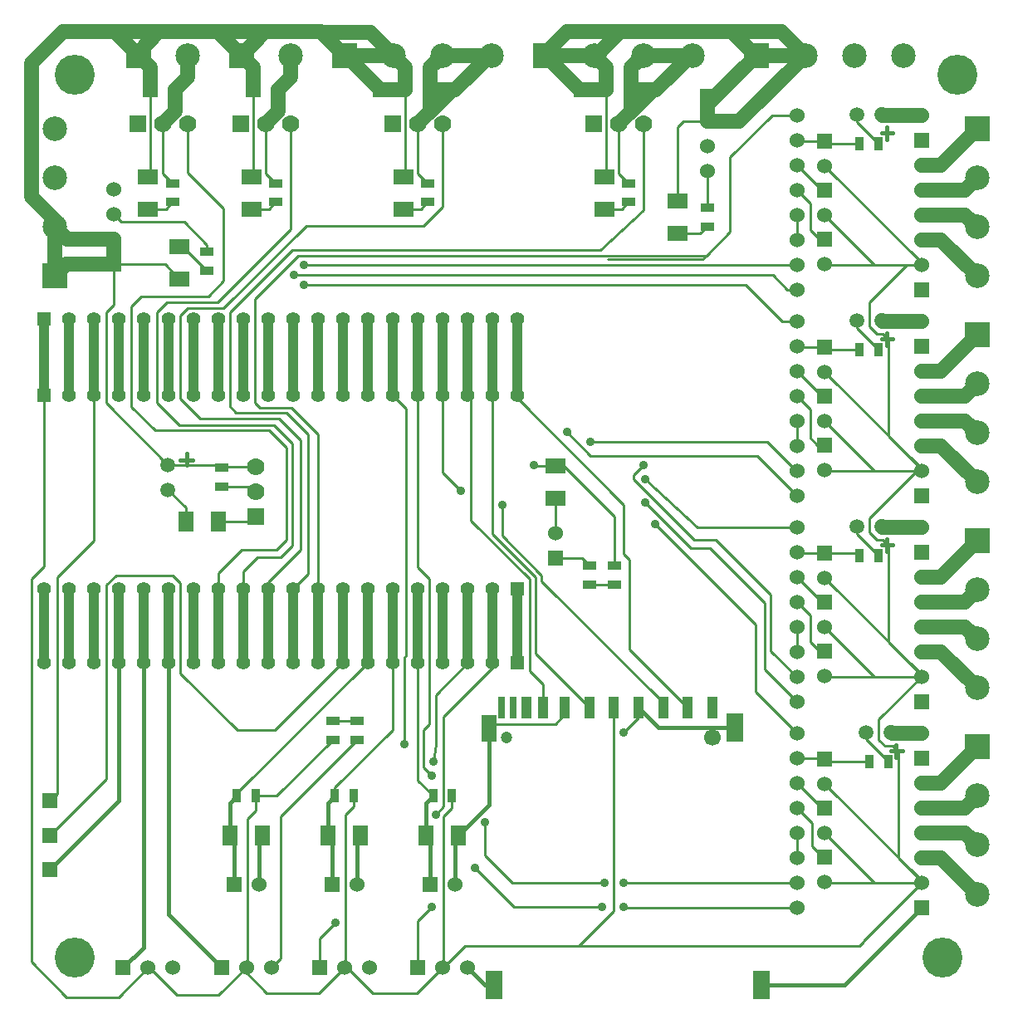
<source format=gtl>
G04 (created by PCBNEW-RS274X (2012-01-19 BZR 3256)-stable) date 27/06/2012 6:41:12 PM*
G01*
G70*
G90*
%MOIN*%
G04 Gerber Fmt 3.4, Leading zero omitted, Abs format*
%FSLAX34Y34*%
G04 APERTURE LIST*
%ADD10C,0.006000*%
%ADD11C,0.015000*%
%ADD12R,0.098400X0.098400*%
%ADD13C,0.098400*%
%ADD14R,0.055000X0.035000*%
%ADD15C,0.070000*%
%ADD16R,0.070000X0.070000*%
%ADD17R,0.055000X0.055000*%
%ADD18C,0.055000*%
%ADD19R,0.060000X0.060000*%
%ADD20C,0.060000*%
%ADD21R,0.080000X0.060000*%
%ADD22R,0.060000X0.080000*%
%ADD23R,0.035000X0.055000*%
%ADD24C,0.059100*%
%ADD25C,0.160000*%
%ADD26R,0.070900X0.118100*%
%ADD27R,0.059100X0.110200*%
%ADD28R,0.027600X0.086600*%
%ADD29R,0.043300X0.086600*%
%ADD30C,0.047200*%
%ADD31C,0.066900*%
%ADD32R,0.043300X0.087000*%
%ADD33C,0.035000*%
%ADD34C,0.039400*%
%ADD35C,0.009800*%
%ADD36C,0.059100*%
%ADD37C,0.015700*%
G04 APERTURE END LIST*
G54D10*
G54D11*
X39284Y-25803D02*
X39284Y-25303D01*
X39534Y-25553D02*
X39084Y-25553D01*
X39284Y-17535D02*
X39284Y-17035D01*
X39534Y-17285D02*
X39084Y-17285D01*
X39678Y-34070D02*
X39678Y-33570D01*
X39928Y-33820D02*
X39478Y-33820D01*
X39284Y-09267D02*
X39284Y-08767D01*
X39534Y-09017D02*
X39084Y-09017D01*
X11434Y-22134D02*
X10934Y-22134D01*
X11184Y-21884D02*
X11184Y-22334D01*
G54D12*
X42914Y-25393D03*
G54D13*
X42914Y-27362D03*
X42914Y-29330D03*
X42914Y-31299D03*
G54D12*
X42914Y-33661D03*
G54D13*
X42914Y-35630D03*
X42914Y-37598D03*
X42914Y-39567D03*
G54D12*
X42914Y-17126D03*
G54D13*
X42914Y-19095D03*
X42914Y-21063D03*
X42914Y-23032D03*
G54D12*
X42914Y-08858D03*
G54D13*
X42914Y-10827D03*
X42914Y-12795D03*
X42914Y-14764D03*
G54D12*
X05906Y-14763D03*
G54D13*
X05906Y-12794D03*
X05906Y-10826D03*
X05906Y-08857D03*
G54D12*
X34056Y-05905D03*
G54D13*
X36025Y-05905D03*
X37993Y-05905D03*
X39962Y-05905D03*
G54D12*
X25591Y-05905D03*
G54D13*
X27560Y-05905D03*
X29528Y-05905D03*
X31497Y-05905D03*
G54D12*
X17521Y-05905D03*
G54D13*
X19490Y-05905D03*
X21458Y-05905D03*
X23427Y-05905D03*
G54D12*
X13387Y-05905D03*
G54D13*
X15356Y-05905D03*
G54D12*
X09253Y-05905D03*
G54D13*
X11222Y-05905D03*
G54D14*
X32087Y-12776D03*
X32087Y-12026D03*
X12008Y-14548D03*
X12008Y-13798D03*
X17048Y-33367D03*
X17048Y-32617D03*
X18032Y-33367D03*
X18032Y-32617D03*
X27363Y-27146D03*
X27363Y-26396D03*
X28347Y-27146D03*
X28347Y-26396D03*
X28938Y-11793D03*
X28938Y-11043D03*
X20867Y-11793D03*
X20867Y-11043D03*
X14765Y-11793D03*
X14765Y-11043D03*
G54D15*
X21473Y-08662D03*
X20473Y-08662D03*
G54D16*
X19473Y-08662D03*
G54D15*
X15371Y-08662D03*
X14371Y-08662D03*
G54D16*
X13371Y-08662D03*
G54D15*
X11237Y-08662D03*
X10237Y-08662D03*
G54D16*
X09237Y-08662D03*
G54D15*
X29544Y-08662D03*
X28544Y-08662D03*
G54D16*
X27544Y-08662D03*
G54D15*
X13978Y-22425D03*
X13978Y-23425D03*
G54D16*
X13978Y-24425D03*
G54D17*
X05461Y-19535D03*
G54D18*
X06461Y-19535D03*
X07461Y-19535D03*
X08461Y-19535D03*
X09461Y-19535D03*
X10461Y-19535D03*
X11461Y-19535D03*
X12461Y-19535D03*
X13461Y-19535D03*
X14461Y-19535D03*
X15461Y-19535D03*
X16461Y-19535D03*
X17461Y-19535D03*
X18461Y-19535D03*
X19461Y-19535D03*
X20461Y-19535D03*
X21461Y-19535D03*
X22461Y-19535D03*
X23461Y-19535D03*
X24461Y-19535D03*
X24461Y-16488D03*
X23461Y-16488D03*
X22461Y-16488D03*
X21461Y-16488D03*
X20461Y-16488D03*
X19461Y-16488D03*
X18461Y-16488D03*
X17461Y-16488D03*
X16461Y-16488D03*
X15461Y-16488D03*
X14461Y-16488D03*
X13461Y-16488D03*
X12461Y-16488D03*
X11461Y-16488D03*
X10461Y-16488D03*
X09461Y-16488D03*
X08461Y-16488D03*
X07461Y-16488D03*
X06461Y-16488D03*
G54D17*
X05461Y-16488D03*
X24461Y-27315D03*
G54D18*
X23461Y-27315D03*
X22461Y-27315D03*
X21461Y-27315D03*
X20461Y-27315D03*
X19461Y-27315D03*
X18461Y-27315D03*
X17461Y-27315D03*
X16461Y-27315D03*
X15461Y-27315D03*
X14461Y-27315D03*
X13461Y-27315D03*
X12461Y-27315D03*
X11461Y-27315D03*
X10461Y-27315D03*
X09461Y-27315D03*
X08461Y-27315D03*
X07461Y-27315D03*
X06461Y-27315D03*
X05461Y-27315D03*
X05461Y-30292D03*
X06461Y-30292D03*
X07461Y-30292D03*
X08461Y-30292D03*
X09461Y-30292D03*
X10461Y-30292D03*
X11461Y-30292D03*
X12461Y-30292D03*
X13461Y-30292D03*
X14461Y-30292D03*
X15461Y-30292D03*
X16461Y-30292D03*
X17461Y-30292D03*
X18461Y-30292D03*
X19461Y-30292D03*
X20461Y-30292D03*
X21461Y-30292D03*
X22461Y-30292D03*
X23461Y-30292D03*
G54D17*
X24461Y-30292D03*
G54D19*
X40691Y-15311D03*
G54D20*
X40691Y-14311D03*
X40691Y-13311D03*
X40691Y-12311D03*
X40691Y-11311D03*
X40691Y-10311D03*
G54D19*
X40691Y-09311D03*
G54D20*
X40691Y-08311D03*
X35691Y-08311D03*
X35691Y-09311D03*
X35691Y-10311D03*
X35691Y-11311D03*
X35691Y-12311D03*
X35691Y-13311D03*
X35691Y-14311D03*
X35691Y-15311D03*
G54D19*
X40691Y-31846D03*
G54D20*
X40691Y-30846D03*
X40691Y-29846D03*
X40691Y-28846D03*
X40691Y-27846D03*
X40691Y-26846D03*
G54D19*
X40691Y-25846D03*
G54D20*
X40691Y-24846D03*
X35691Y-24846D03*
X35691Y-25846D03*
X35691Y-26846D03*
X35691Y-27846D03*
X35691Y-28846D03*
X35691Y-29846D03*
X35691Y-30846D03*
X35691Y-31846D03*
G54D19*
X40691Y-23578D03*
G54D20*
X40691Y-22578D03*
X40691Y-21578D03*
X40691Y-20578D03*
X40691Y-19578D03*
X40691Y-18578D03*
G54D19*
X40691Y-17578D03*
G54D20*
X40691Y-16578D03*
X35691Y-16578D03*
X35691Y-17578D03*
X35691Y-18578D03*
X35691Y-19578D03*
X35691Y-20578D03*
X35691Y-21578D03*
X35691Y-22578D03*
X35691Y-23578D03*
G54D19*
X40691Y-40114D03*
G54D20*
X40691Y-39114D03*
X40691Y-38114D03*
X40691Y-37114D03*
X40691Y-36114D03*
X40691Y-35114D03*
G54D19*
X40691Y-34114D03*
G54D20*
X40691Y-33114D03*
X35691Y-33114D03*
X35691Y-34114D03*
X35691Y-35114D03*
X35691Y-36114D03*
X35691Y-37114D03*
X35691Y-38114D03*
X35691Y-39114D03*
X35691Y-40114D03*
G54D21*
X25985Y-23681D03*
X25985Y-22381D03*
G54D22*
X12933Y-37204D03*
X14233Y-37204D03*
X16870Y-37204D03*
X18170Y-37204D03*
X20808Y-37204D03*
X22108Y-37204D03*
X12462Y-24606D03*
X11162Y-24606D03*
G54D23*
X13958Y-35629D03*
X13208Y-35629D03*
G54D14*
X12600Y-22459D03*
X12600Y-23209D03*
G54D23*
X17895Y-35629D03*
X17145Y-35629D03*
X21833Y-35629D03*
X21083Y-35629D03*
X38603Y-34252D03*
X39353Y-34252D03*
X38209Y-17716D03*
X38959Y-17716D03*
X38209Y-25984D03*
X38959Y-25984D03*
X38209Y-09448D03*
X38959Y-09448D03*
G54D19*
X32087Y-07555D03*
G54D20*
X32087Y-08555D03*
X32087Y-09555D03*
X32087Y-10555D03*
G54D19*
X08268Y-14295D03*
G54D20*
X08268Y-13295D03*
X08268Y-12295D03*
X08268Y-11295D03*
G54D19*
X18973Y-07283D03*
G54D20*
X19973Y-07283D03*
X20973Y-07283D03*
X21973Y-07283D03*
G54D19*
X27044Y-07283D03*
G54D20*
X28044Y-07283D03*
X29044Y-07283D03*
X30044Y-07283D03*
G54D19*
X12583Y-42519D03*
G54D20*
X13583Y-42519D03*
X14583Y-42519D03*
G54D19*
X16520Y-42519D03*
G54D20*
X17520Y-42519D03*
X18520Y-42519D03*
G54D19*
X08646Y-42519D03*
G54D20*
X09646Y-42519D03*
X10646Y-42519D03*
G54D19*
X20457Y-42519D03*
G54D20*
X21457Y-42519D03*
X22457Y-42519D03*
G54D19*
X25985Y-26090D03*
G54D20*
X25985Y-25090D03*
G54D19*
X36813Y-27846D03*
G54D20*
X36813Y-28846D03*
G54D19*
X20958Y-39172D03*
G54D20*
X21958Y-39172D03*
G54D19*
X17020Y-39172D03*
G54D20*
X18020Y-39172D03*
G54D19*
X13083Y-39172D03*
G54D20*
X14083Y-39172D03*
G54D19*
X36813Y-13279D03*
G54D20*
X36813Y-14279D03*
G54D19*
X36813Y-29815D03*
G54D20*
X36813Y-30815D03*
G54D19*
X36813Y-11311D03*
G54D20*
X36813Y-12311D03*
G54D19*
X36813Y-09342D03*
G54D20*
X36813Y-10342D03*
G54D19*
X13871Y-07283D03*
G54D20*
X14871Y-07283D03*
G54D19*
X09737Y-07283D03*
G54D20*
X10737Y-07283D03*
G54D19*
X36813Y-34145D03*
G54D20*
X36813Y-35145D03*
G54D19*
X36813Y-17610D03*
G54D20*
X36813Y-18610D03*
G54D19*
X36813Y-36114D03*
G54D20*
X36813Y-37114D03*
G54D19*
X36813Y-19578D03*
G54D20*
X36813Y-20578D03*
G54D19*
X36813Y-38082D03*
G54D20*
X36813Y-39082D03*
G54D19*
X36813Y-21547D03*
G54D20*
X36813Y-22547D03*
G54D19*
X36813Y-25878D03*
G54D20*
X36813Y-26878D03*
G54D19*
X05709Y-37204D03*
X05709Y-38582D03*
X05709Y-35826D03*
G54D24*
X38084Y-24803D03*
X39084Y-24803D03*
X38084Y-16535D03*
X39084Y-16535D03*
X38478Y-33070D03*
X39478Y-33070D03*
X38084Y-08267D03*
X39084Y-08267D03*
X10434Y-23334D03*
X10434Y-22334D03*
G54D25*
X06694Y-06693D03*
X42127Y-06693D03*
X06694Y-42126D03*
X41537Y-42126D03*
G54D14*
X10631Y-11793D03*
X10631Y-11043D03*
G54D21*
X09646Y-12068D03*
X09646Y-10768D03*
X13781Y-12067D03*
X13781Y-10767D03*
X19883Y-12068D03*
X19883Y-10768D03*
X27954Y-12068D03*
X27954Y-10768D03*
X30906Y-13051D03*
X30906Y-11751D03*
X10906Y-14874D03*
X10906Y-13574D03*
G54D26*
X34262Y-43204D03*
X23514Y-43214D03*
G54D27*
X23318Y-32903D03*
G54D28*
X23840Y-32086D03*
X24312Y-32086D03*
G54D29*
X24824Y-32086D03*
X25493Y-32086D03*
X28346Y-32086D03*
X27362Y-32086D03*
X26378Y-32086D03*
X29331Y-32086D03*
X30315Y-32086D03*
X31299Y-32086D03*
G54D30*
X24016Y-33287D03*
G54D31*
X32284Y-33287D03*
G54D32*
X32284Y-32086D03*
G54D26*
X33200Y-32893D03*
G54D33*
X15512Y-14724D03*
X15906Y-14330D03*
X25119Y-22362D03*
X28741Y-33070D03*
X22205Y-23385D03*
X23859Y-23937D03*
X22756Y-38504D03*
X28741Y-40078D03*
X27875Y-40078D03*
X21024Y-34803D03*
X30001Y-24724D03*
X23150Y-36693D03*
X19922Y-33543D03*
X27953Y-39133D03*
X28741Y-39133D03*
X21024Y-40078D03*
X21182Y-36378D03*
X29607Y-23858D03*
X29607Y-22913D03*
X29528Y-22362D03*
X21103Y-34252D03*
X17166Y-40708D03*
X26457Y-21023D03*
X15906Y-15118D03*
X27402Y-21417D03*
G54D34*
X17461Y-16488D02*
X17461Y-19535D01*
X16461Y-19535D02*
X16461Y-16488D01*
G54D35*
X28663Y-12068D02*
X28938Y-11793D01*
X11034Y-13574D02*
X12008Y-14548D01*
X27954Y-12068D02*
X28663Y-12068D01*
X10906Y-13574D02*
X11034Y-13574D01*
G54D34*
X11461Y-27315D02*
X11461Y-30292D01*
G54D35*
X31812Y-13051D02*
X32087Y-12776D01*
G54D34*
X06461Y-30292D02*
X06461Y-27315D01*
G54D35*
X14491Y-12067D02*
X14765Y-11793D01*
X10356Y-12068D02*
X10631Y-11793D01*
G54D34*
X05461Y-27315D02*
X05461Y-30292D01*
G54D35*
X20592Y-12068D02*
X20867Y-11793D01*
X27363Y-27146D02*
X28347Y-27146D01*
X19883Y-12068D02*
X20592Y-12068D01*
X17048Y-32617D02*
X18032Y-32617D01*
X13781Y-12067D02*
X14491Y-12067D01*
G54D34*
X07461Y-27315D02*
X07461Y-30292D01*
G54D35*
X30906Y-13051D02*
X31812Y-13051D01*
X09646Y-12068D02*
X10356Y-12068D01*
G54D36*
X28044Y-06389D02*
X27560Y-05905D01*
X34056Y-05905D02*
X32406Y-07555D01*
X26457Y-04960D02*
X28584Y-04960D01*
X36025Y-05905D02*
X34056Y-05905D01*
X34016Y-05905D02*
X33071Y-04960D01*
X33071Y-04960D02*
X35080Y-04960D01*
G54D35*
X32087Y-08555D02*
X31130Y-08555D01*
X30906Y-08779D02*
X30906Y-11751D01*
G54D36*
X32087Y-08555D02*
X32087Y-07874D01*
X27639Y-05905D02*
X28584Y-04960D01*
X28044Y-07283D02*
X27044Y-07283D01*
X32087Y-08555D02*
X33375Y-08555D01*
X27044Y-07283D02*
X26969Y-07283D01*
G54D35*
X28044Y-07283D02*
X28044Y-10678D01*
G54D36*
X34056Y-05905D02*
X34016Y-05905D01*
X35080Y-04960D02*
X36025Y-05905D01*
X28044Y-07283D02*
X28044Y-06389D01*
X25591Y-05905D02*
X25591Y-05826D01*
X25591Y-05826D02*
X26457Y-04960D01*
X27560Y-05905D02*
X25591Y-05905D01*
X26969Y-07283D02*
X25591Y-05905D01*
G54D35*
X31130Y-08555D02*
X30906Y-08779D01*
X28044Y-10678D02*
X27954Y-10768D01*
G54D36*
X33375Y-08555D02*
X36025Y-05905D01*
X27560Y-05905D02*
X27639Y-05905D01*
X32406Y-07555D02*
X32087Y-07555D01*
X32087Y-07874D02*
X34056Y-05905D01*
X28584Y-04960D02*
X33071Y-04960D01*
X19490Y-05905D02*
X17521Y-05905D01*
X05906Y-12519D02*
X04961Y-11574D01*
X09737Y-06389D02*
X09253Y-05905D01*
X40691Y-08311D02*
X39128Y-08311D01*
X06407Y-13295D02*
X05906Y-12794D01*
X14331Y-04960D02*
X16576Y-04960D01*
X06374Y-14295D02*
X05906Y-14763D01*
X13871Y-06389D02*
X13387Y-05905D01*
X08308Y-04960D02*
X09253Y-05905D01*
X04961Y-06220D02*
X06221Y-04960D01*
X05906Y-12794D02*
X05906Y-12519D01*
X08308Y-04960D02*
X10080Y-04960D01*
X08268Y-13295D02*
X06407Y-13295D01*
X05906Y-14763D02*
X05906Y-12794D01*
X06221Y-04960D02*
X08308Y-04960D01*
G54D35*
X08268Y-14295D02*
X08268Y-15905D01*
X13978Y-22425D02*
X12634Y-22425D01*
G54D36*
X17595Y-05905D02*
X18973Y-07283D01*
G54D35*
X10327Y-14295D02*
X10906Y-14874D01*
G54D36*
X13387Y-05905D02*
X13387Y-05904D01*
X17521Y-05905D02*
X17595Y-05905D01*
X16576Y-04960D02*
X16596Y-04980D01*
G54D35*
X19973Y-10678D02*
X19883Y-10768D01*
G54D36*
X09253Y-05905D02*
X09253Y-05787D01*
X19973Y-07283D02*
X19973Y-06388D01*
X39128Y-08311D02*
X39084Y-08267D01*
X13387Y-05904D02*
X14331Y-04960D01*
G54D35*
X19973Y-07283D02*
X19973Y-10678D01*
G54D36*
X16596Y-04980D02*
X17521Y-05905D01*
X04961Y-11574D02*
X04961Y-06220D01*
X08268Y-14295D02*
X06374Y-14295D01*
X13871Y-07283D02*
X13871Y-06389D01*
X09253Y-05787D02*
X10080Y-04960D01*
X19973Y-07283D02*
X18973Y-07283D01*
X09737Y-07283D02*
X09737Y-06389D01*
X40691Y-24846D02*
X39127Y-24846D01*
G54D35*
X09737Y-07283D02*
X09737Y-10677D01*
G54D36*
X10080Y-04960D02*
X12442Y-04960D01*
X40691Y-16578D02*
X39127Y-16578D01*
G54D35*
X13871Y-07283D02*
X13871Y-10677D01*
G54D36*
X12442Y-04960D02*
X13387Y-05905D01*
X08268Y-14295D02*
X08268Y-13295D01*
X40691Y-33114D02*
X39522Y-33114D01*
X39522Y-33114D02*
X39478Y-33070D01*
X12442Y-04960D02*
X14331Y-04960D01*
X39127Y-16578D02*
X39084Y-16535D01*
G54D35*
X13871Y-10677D02*
X13781Y-10767D01*
X10434Y-22334D02*
X12475Y-22334D01*
X08268Y-14295D02*
X10327Y-14295D01*
X12634Y-22425D02*
X12600Y-22459D01*
X12475Y-22334D02*
X12600Y-22459D01*
X09737Y-10677D02*
X09646Y-10768D01*
X07953Y-19853D02*
X10434Y-22334D01*
X07953Y-16220D02*
X07953Y-19853D01*
X08268Y-15905D02*
X07953Y-16220D01*
G54D36*
X39127Y-24846D02*
X39084Y-24803D01*
X19973Y-06388D02*
X19490Y-05905D01*
X16596Y-04980D02*
X18565Y-04980D01*
X18565Y-04980D02*
X19490Y-05905D01*
G54D35*
X40691Y-14220D02*
X36813Y-10342D01*
X26930Y-41653D02*
X38190Y-41653D01*
X38583Y-15827D02*
X40099Y-14311D01*
X38583Y-16771D02*
X38583Y-15827D01*
X39134Y-17086D02*
X38898Y-17086D01*
X40691Y-22578D02*
X40691Y-22501D01*
X40099Y-14311D02*
X40691Y-14311D01*
X38813Y-14311D02*
X36813Y-12311D01*
X40691Y-14311D02*
X36845Y-14311D01*
X40691Y-14311D02*
X38813Y-14311D01*
X36845Y-14311D02*
X36813Y-14279D01*
X40691Y-22501D02*
X39371Y-21181D01*
X28346Y-32086D02*
X28346Y-40236D01*
X40493Y-22578D02*
X40691Y-22578D01*
X39371Y-17323D02*
X39134Y-17086D01*
X40691Y-22578D02*
X40691Y-22488D01*
X40691Y-22488D02*
X36813Y-18610D01*
X40691Y-22578D02*
X38813Y-22578D01*
X38813Y-22578D02*
X36813Y-20578D01*
X40691Y-22578D02*
X36844Y-22578D01*
X36844Y-22578D02*
X36813Y-22547D01*
X40691Y-30846D02*
X40691Y-30769D01*
X39371Y-21181D02*
X39371Y-17323D01*
X17560Y-36377D02*
X17560Y-42479D01*
X38898Y-25354D02*
X38583Y-25039D01*
X38583Y-25039D02*
X38583Y-24488D01*
X38583Y-24488D02*
X40493Y-22578D01*
X40691Y-30846D02*
X36844Y-30846D01*
X39134Y-25354D02*
X38898Y-25354D01*
X39371Y-25591D02*
X39134Y-25354D01*
X40691Y-30756D02*
X36813Y-26878D01*
X40691Y-30846D02*
X40691Y-30756D01*
X40691Y-30769D02*
X39371Y-29449D01*
X39371Y-29449D02*
X39371Y-25591D01*
X40691Y-30846D02*
X38813Y-30846D01*
X38813Y-30846D02*
X36813Y-28846D01*
X40691Y-14311D02*
X40691Y-14220D01*
X36844Y-30846D02*
X36813Y-30815D01*
X40691Y-39114D02*
X40691Y-39037D01*
X38977Y-32560D02*
X40691Y-30846D01*
X38977Y-33385D02*
X38977Y-32560D01*
X39214Y-33622D02*
X38977Y-33385D01*
X39528Y-33622D02*
X39214Y-33622D01*
X39764Y-33858D02*
X39528Y-33622D01*
X39764Y-38110D02*
X39764Y-33858D01*
X40691Y-39037D02*
X39764Y-38110D01*
X38813Y-39114D02*
X36813Y-37114D01*
X40691Y-39114D02*
X36845Y-39114D01*
X38190Y-41653D02*
X38347Y-41496D01*
X21457Y-42519D02*
X21497Y-42519D01*
X22363Y-41653D02*
X26930Y-41653D01*
X21497Y-42519D02*
X22363Y-41653D01*
X40691Y-39114D02*
X40691Y-39023D01*
X40691Y-39023D02*
X36813Y-35145D01*
X40691Y-39114D02*
X38813Y-39114D01*
X36845Y-39114D02*
X36813Y-39082D01*
X38347Y-41458D02*
X40691Y-39114D01*
X17895Y-36042D02*
X17560Y-36377D01*
X38898Y-17086D02*
X38583Y-16771D01*
X13958Y-35629D02*
X14786Y-35629D01*
X13958Y-35629D02*
X13958Y-36200D01*
X28346Y-40237D02*
X26930Y-41653D01*
X28346Y-40236D02*
X28346Y-40237D01*
X21833Y-36120D02*
X21497Y-36456D01*
X17895Y-35629D02*
X17895Y-36042D01*
X21497Y-42479D02*
X21457Y-42519D01*
X21833Y-35629D02*
X21833Y-36120D01*
X21497Y-36456D02*
X21497Y-42479D01*
X14786Y-35629D02*
X17048Y-33367D01*
X17560Y-42479D02*
X17520Y-42519D01*
X38347Y-41496D02*
X38347Y-41458D01*
G54D34*
X05461Y-19535D02*
X05461Y-16488D01*
G54D35*
X13623Y-42479D02*
X13583Y-42519D01*
X13623Y-36535D02*
X13623Y-42479D01*
X13958Y-36200D02*
X13623Y-36535D01*
X17520Y-42519D02*
X17638Y-42519D01*
X20433Y-43543D02*
X21457Y-42519D01*
X18662Y-43543D02*
X20433Y-43543D01*
X17638Y-42519D02*
X18662Y-43543D01*
X13583Y-42519D02*
X13583Y-42716D01*
X16496Y-43543D02*
X17520Y-42519D01*
X13583Y-42716D02*
X14410Y-43543D01*
X09646Y-42519D02*
X09685Y-42519D01*
X04961Y-42283D02*
X06378Y-43700D01*
X04961Y-26929D02*
X04961Y-42283D01*
X05461Y-26429D02*
X04961Y-26929D01*
X14410Y-43543D02*
X16496Y-43543D01*
X06378Y-43700D02*
X08465Y-43700D01*
X08465Y-43700D02*
X09646Y-42519D01*
X05461Y-19535D02*
X05461Y-26429D01*
X09685Y-42519D02*
X10788Y-43622D01*
X10788Y-43622D02*
X12480Y-43622D01*
X12480Y-43622D02*
X13583Y-42519D01*
X25985Y-26090D02*
X27057Y-26090D01*
X27057Y-26090D02*
X27363Y-26396D01*
G54D34*
X24461Y-27315D02*
X24461Y-30292D01*
G54D35*
X20461Y-30292D02*
X20461Y-35007D01*
X20461Y-35007D02*
X21083Y-35629D01*
G54D34*
X20461Y-30292D02*
X20461Y-27315D01*
G54D37*
X20808Y-37204D02*
X20808Y-35904D01*
X20808Y-35904D02*
X21083Y-35629D01*
X20958Y-39172D02*
X20958Y-37354D01*
X20958Y-37354D02*
X20808Y-37204D01*
G54D35*
X15512Y-14724D02*
X24253Y-14724D01*
G54D34*
X09461Y-19535D02*
X09461Y-16488D01*
G54D35*
X24253Y-14724D02*
X34253Y-14724D01*
X35312Y-15311D02*
X35691Y-15311D01*
X34253Y-14724D02*
X34725Y-14724D01*
X34725Y-14724D02*
X35312Y-15311D01*
X32048Y-13936D02*
X31890Y-14094D01*
G54D34*
X16461Y-30292D02*
X16461Y-27315D01*
G54D35*
X31890Y-14094D02*
X28111Y-14094D01*
X32993Y-09999D02*
X32993Y-12991D01*
X15671Y-13936D02*
X13938Y-15669D01*
X32993Y-12991D02*
X32048Y-13936D01*
X34681Y-08311D02*
X32993Y-09999D01*
X14131Y-20036D02*
X15392Y-20036D01*
X32048Y-13936D02*
X15671Y-13936D01*
X13938Y-19843D02*
X14131Y-20036D01*
X35691Y-08311D02*
X34681Y-08311D01*
X15392Y-20036D02*
X16461Y-21105D01*
X16461Y-21105D02*
X16461Y-27315D01*
X13938Y-15669D02*
X13938Y-19843D01*
G54D34*
X08461Y-16488D02*
X08461Y-19535D01*
G54D35*
X15906Y-14330D02*
X15906Y-14330D01*
X35691Y-14311D02*
X15906Y-14330D01*
G54D34*
X09461Y-27315D02*
X09461Y-30292D01*
G54D37*
X09461Y-30292D02*
X09461Y-41704D01*
X09461Y-41704D02*
X08646Y-42519D01*
X17020Y-39172D02*
X17020Y-37354D01*
G54D35*
X19461Y-32981D02*
X19461Y-30292D01*
X17145Y-35629D02*
X17145Y-35297D01*
G54D37*
X17020Y-37354D02*
X16870Y-37204D01*
X16870Y-37204D02*
X16870Y-35904D01*
X16870Y-35904D02*
X17145Y-35629D01*
G54D34*
X19461Y-27315D02*
X19461Y-30292D01*
G54D35*
X17145Y-35297D02*
X19461Y-32981D01*
X14016Y-26063D02*
X14961Y-26063D01*
X10001Y-16220D02*
X10395Y-15826D01*
X12442Y-15826D02*
X15371Y-12897D01*
X14961Y-26063D02*
X15434Y-25590D01*
X10395Y-15826D02*
X12442Y-15826D01*
X15371Y-12897D02*
X15371Y-08662D01*
G54D34*
X13461Y-27315D02*
X13461Y-30292D01*
G54D35*
X15434Y-21496D02*
X14682Y-20744D01*
X14682Y-20744D02*
X10902Y-20744D01*
X10001Y-19843D02*
X10001Y-16220D01*
X10902Y-20744D02*
X10001Y-19843D01*
X15434Y-25590D02*
X15434Y-21496D01*
X13461Y-26618D02*
X14016Y-26063D01*
X13461Y-27315D02*
X13461Y-26618D01*
X12461Y-27315D02*
X12461Y-26673D01*
X12678Y-12047D02*
X11237Y-10606D01*
X11237Y-10606D02*
X11237Y-08662D01*
X14489Y-20944D02*
X09921Y-20944D01*
X14803Y-25748D02*
X15197Y-25354D01*
X12048Y-15590D02*
X12678Y-14960D01*
X12678Y-14960D02*
X12678Y-12047D01*
X08977Y-15984D02*
X09371Y-15590D01*
X12461Y-26673D02*
X13386Y-25748D01*
G54D34*
X12461Y-30292D02*
X12461Y-27315D01*
G54D35*
X15197Y-25354D02*
X15197Y-21652D01*
X15197Y-21652D02*
X14489Y-20944D01*
X09371Y-15590D02*
X12048Y-15590D01*
X09921Y-20944D02*
X08977Y-20000D01*
X08977Y-20000D02*
X08977Y-15984D01*
X13386Y-25748D02*
X14803Y-25748D01*
X11103Y-12598D02*
X08571Y-12598D01*
X25138Y-22381D02*
X25119Y-22362D01*
X38084Y-08573D02*
X38959Y-09448D01*
X29331Y-32480D02*
X28741Y-33070D01*
X38084Y-08267D02*
X38084Y-08573D01*
X38084Y-16535D02*
X38084Y-16841D01*
X29331Y-32086D02*
X29331Y-32480D01*
X38084Y-16841D02*
X38959Y-17716D01*
X18032Y-33385D02*
X14961Y-36456D01*
X25985Y-22381D02*
X25138Y-22381D01*
X14961Y-36456D02*
X14961Y-42141D01*
X14961Y-42141D02*
X14583Y-42519D01*
X26319Y-22381D02*
X28347Y-24409D01*
X11162Y-24062D02*
X10434Y-23334D01*
X38084Y-24803D02*
X38084Y-25109D01*
X38084Y-25109D02*
X38959Y-25984D01*
X39353Y-34252D02*
X39353Y-34234D01*
X38478Y-33359D02*
X38478Y-33070D01*
X39353Y-34234D02*
X38478Y-33359D01*
X26378Y-32086D02*
X26378Y-32362D01*
X26378Y-32362D02*
X25985Y-32755D01*
X12008Y-13503D02*
X11103Y-12598D01*
X08571Y-12598D02*
X08268Y-12295D01*
X12008Y-13798D02*
X12008Y-13503D01*
G54D37*
X23152Y-43214D02*
X22457Y-42519D01*
X34262Y-43204D02*
X37601Y-43204D01*
X30138Y-32893D02*
X29331Y-32086D01*
G54D35*
X25985Y-22381D02*
X26319Y-22381D01*
G54D37*
X33200Y-32893D02*
X30138Y-32893D01*
G54D35*
X11162Y-24606D02*
X11162Y-24062D01*
G54D37*
X14083Y-39172D02*
X14083Y-37354D01*
G54D35*
X32087Y-12026D02*
X32087Y-10555D01*
X28347Y-24409D02*
X28347Y-26396D01*
G54D37*
X21958Y-39172D02*
X21958Y-37354D01*
X37601Y-43204D02*
X40691Y-40114D01*
X21958Y-37354D02*
X22108Y-37204D01*
X14083Y-37354D02*
X14233Y-37204D01*
X23514Y-43214D02*
X23152Y-43214D01*
G54D35*
X18032Y-33367D02*
X18032Y-33385D01*
X23466Y-32755D02*
X23318Y-32903D01*
X25985Y-32755D02*
X23466Y-32755D01*
G54D37*
X18020Y-37354D02*
X18170Y-37204D01*
X23318Y-35994D02*
X22108Y-37204D01*
X18020Y-39172D02*
X18020Y-37354D01*
X23318Y-32903D02*
X23318Y-35994D01*
G54D34*
X06461Y-16488D02*
X06461Y-19535D01*
G54D35*
X12600Y-23209D02*
X13762Y-23209D01*
X13762Y-23209D02*
X13978Y-23425D01*
X15434Y-13700D02*
X12914Y-16220D01*
X13151Y-20236D02*
X15197Y-20236D01*
X29544Y-08662D02*
X29544Y-12110D01*
X16064Y-21103D02*
X16064Y-26712D01*
X27796Y-13700D02*
X15434Y-13700D01*
X12914Y-19999D02*
X13151Y-20236D01*
X15197Y-20236D02*
X16064Y-21103D01*
X29544Y-12110D02*
X27796Y-13700D01*
X12914Y-16220D02*
X12914Y-19999D01*
X16064Y-26712D02*
X15461Y-27315D01*
G54D34*
X15461Y-27315D02*
X15461Y-30292D01*
G54D35*
X14882Y-20472D02*
X11733Y-20472D01*
X15749Y-21339D02*
X14882Y-20472D01*
X11223Y-16063D02*
X12677Y-16063D01*
X15985Y-12755D02*
X20710Y-12755D01*
X12677Y-16063D02*
X15985Y-12755D01*
X10945Y-19684D02*
X10945Y-16341D01*
X14461Y-27315D02*
X14461Y-27036D01*
X10945Y-16341D02*
X11223Y-16063D01*
X11733Y-20472D02*
X10945Y-19684D01*
X15749Y-25748D02*
X15749Y-21339D01*
X14461Y-27036D02*
X15749Y-25748D01*
G54D34*
X14461Y-30292D02*
X14461Y-27315D01*
G54D35*
X21473Y-11992D02*
X21473Y-08662D01*
X20710Y-12755D02*
X21473Y-11992D01*
X36813Y-21547D02*
X36509Y-21547D01*
X36221Y-20108D02*
X35691Y-19578D01*
X36221Y-21259D02*
X36221Y-20108D01*
X36509Y-21547D02*
X36221Y-21259D01*
X35691Y-20578D02*
X35691Y-21578D01*
X36813Y-19578D02*
X36691Y-19578D01*
X36691Y-19578D02*
X35691Y-18578D01*
X35691Y-29846D02*
X35691Y-28846D01*
G54D36*
X41461Y-26846D02*
X42914Y-25393D01*
X40691Y-26846D02*
X41461Y-26846D01*
X40691Y-21578D02*
X41460Y-21578D01*
X41460Y-21578D02*
X42914Y-23032D01*
X42429Y-20578D02*
X42914Y-21063D01*
X40691Y-20578D02*
X42429Y-20578D01*
X42431Y-19578D02*
X42914Y-19095D01*
X40691Y-19578D02*
X42431Y-19578D01*
X40691Y-18578D02*
X41462Y-18578D01*
X41462Y-18578D02*
X42914Y-17126D01*
G54D35*
X36813Y-09342D02*
X35722Y-09342D01*
X35722Y-09342D02*
X35691Y-09311D01*
X38209Y-09448D02*
X36919Y-09448D01*
X36919Y-09448D02*
X36813Y-09342D01*
G54D36*
X42430Y-27846D02*
X42914Y-27362D01*
X40691Y-27846D02*
X42430Y-27846D01*
X42430Y-28846D02*
X42914Y-29330D01*
X40691Y-28846D02*
X42430Y-28846D01*
X40691Y-29846D02*
X41461Y-29846D01*
X41461Y-29846D02*
X42914Y-31299D01*
G54D35*
X35723Y-25878D02*
X35691Y-25846D01*
X36813Y-25878D02*
X38103Y-25878D01*
X38103Y-25878D02*
X38209Y-25984D01*
X36813Y-25878D02*
X35723Y-25878D01*
X36813Y-27846D02*
X36691Y-27846D01*
X36691Y-27846D02*
X35691Y-26846D01*
X36221Y-28376D02*
X35691Y-27846D01*
X36588Y-29815D02*
X36221Y-29448D01*
X36221Y-29448D02*
X36221Y-28376D01*
X36813Y-29815D02*
X36588Y-29815D01*
X36300Y-36723D02*
X35691Y-36114D01*
X36813Y-38082D02*
X36745Y-38082D01*
X36300Y-37637D02*
X36300Y-36723D01*
X36745Y-38082D02*
X36300Y-37637D01*
X36813Y-36114D02*
X36691Y-36114D01*
X36691Y-36114D02*
X35691Y-35114D01*
X36813Y-17610D02*
X35723Y-17610D01*
X35723Y-17610D02*
X35691Y-17578D01*
X38209Y-17716D02*
X36919Y-17716D01*
X36919Y-17716D02*
X36813Y-17610D01*
X35691Y-37114D02*
X35691Y-38114D01*
G54D36*
X40691Y-35114D02*
X41461Y-35114D01*
X41461Y-35114D02*
X42914Y-33661D01*
X42430Y-36114D02*
X42914Y-35630D01*
X40691Y-36114D02*
X42430Y-36114D01*
X40691Y-37114D02*
X42430Y-37114D01*
X42430Y-37114D02*
X42914Y-37598D01*
X40691Y-38114D02*
X41461Y-38114D01*
X41461Y-38114D02*
X42914Y-39567D01*
G54D35*
X36782Y-34114D02*
X35691Y-34114D01*
X38603Y-34252D02*
X36920Y-34252D01*
X36920Y-34252D02*
X36782Y-34114D01*
X35691Y-12311D02*
X35691Y-13311D01*
X36813Y-11311D02*
X36691Y-11311D01*
X36691Y-11311D02*
X35691Y-10311D01*
X36813Y-13279D02*
X36587Y-13279D01*
X36221Y-11841D02*
X35691Y-11311D01*
X36221Y-12913D02*
X36221Y-11841D01*
X36587Y-13279D02*
X36221Y-12913D01*
X14371Y-10649D02*
X14765Y-11043D01*
X14371Y-08662D02*
X14371Y-10649D01*
G54D36*
X14871Y-07283D02*
X14871Y-08162D01*
X15356Y-06798D02*
X14871Y-07283D01*
X15356Y-05905D02*
X15356Y-06798D01*
X14871Y-08162D02*
X14371Y-08662D01*
X31422Y-05905D02*
X30044Y-07283D01*
X29044Y-06389D02*
X29044Y-07283D01*
X31497Y-05905D02*
X31422Y-05905D01*
X29044Y-08162D02*
X28544Y-08662D01*
G54D35*
X28544Y-10649D02*
X28938Y-11043D01*
G54D36*
X29923Y-07283D02*
X28544Y-08662D01*
X30044Y-07283D02*
X29044Y-07283D01*
X29528Y-05905D02*
X29044Y-06389D01*
G54D35*
X28544Y-08662D02*
X28544Y-10649D01*
G54D36*
X30044Y-07283D02*
X29923Y-07283D01*
X31497Y-05905D02*
X29528Y-05905D01*
X29044Y-07283D02*
X29044Y-08162D01*
G54D37*
X08461Y-35830D02*
X05709Y-38582D01*
X08461Y-30292D02*
X08461Y-35830D01*
G54D34*
X08461Y-30292D02*
X08461Y-27315D01*
G54D35*
X07461Y-25374D02*
X05985Y-26850D01*
G54D34*
X07461Y-19535D02*
X07461Y-16488D01*
G54D35*
X05985Y-35550D02*
X05709Y-35826D01*
X07461Y-19535D02*
X07461Y-25374D01*
X05985Y-26850D02*
X05985Y-35550D01*
G54D36*
X40691Y-10311D02*
X41461Y-10311D01*
X41461Y-10311D02*
X42914Y-08858D01*
X42430Y-11311D02*
X42914Y-10827D01*
X40691Y-11311D02*
X42430Y-11311D01*
X40691Y-12311D02*
X42430Y-12311D01*
X42430Y-12311D02*
X42914Y-12795D01*
X40691Y-13311D02*
X41461Y-13311D01*
X41461Y-13311D02*
X42914Y-14764D01*
X23351Y-05905D02*
X21973Y-07283D01*
X21973Y-07283D02*
X20973Y-07283D01*
X21852Y-07283D02*
X20473Y-08662D01*
X20973Y-07283D02*
X20973Y-08162D01*
X21458Y-05905D02*
X20973Y-06390D01*
G54D35*
X20473Y-10649D02*
X20867Y-11043D01*
G54D36*
X23427Y-05905D02*
X23351Y-05905D01*
X20973Y-06390D02*
X20973Y-07283D01*
X20973Y-08162D02*
X20473Y-08662D01*
X23427Y-05905D02*
X21458Y-05905D01*
X21973Y-07283D02*
X21852Y-07283D01*
G54D35*
X20473Y-08662D02*
X20473Y-10649D01*
X10237Y-10649D02*
X10631Y-11043D01*
G54D36*
X11222Y-05905D02*
X11222Y-06798D01*
G54D35*
X10237Y-08662D02*
X10237Y-10649D01*
G54D36*
X10737Y-08162D02*
X10237Y-08662D01*
X11222Y-06798D02*
X10737Y-07283D01*
X10737Y-07283D02*
X10737Y-08162D01*
G54D35*
X07953Y-34960D02*
X05709Y-37204D01*
X08347Y-26771D02*
X07953Y-27165D01*
X17461Y-30292D02*
X17425Y-30292D01*
X10945Y-27086D02*
X10630Y-26771D01*
X07953Y-27165D02*
X07953Y-34960D01*
G54D34*
X17461Y-27315D02*
X17461Y-30292D01*
G54D35*
X10945Y-30708D02*
X10945Y-27086D01*
X14725Y-32992D02*
X13229Y-32992D01*
X17425Y-30292D02*
X14725Y-32992D01*
X13229Y-32992D02*
X10945Y-30708D01*
X10630Y-26771D02*
X08347Y-26771D01*
G54D34*
X21461Y-27315D02*
X21461Y-30292D01*
G54D35*
X25985Y-23681D02*
X25985Y-25090D01*
X12462Y-24606D02*
X13797Y-24606D01*
X13797Y-24606D02*
X13978Y-24425D01*
G54D34*
X24461Y-19535D02*
X24461Y-16488D01*
G54D35*
X24461Y-19656D02*
X28741Y-23936D01*
X28741Y-23936D02*
X28741Y-25905D01*
X28977Y-26141D02*
X28977Y-29764D01*
X28977Y-29764D02*
X31299Y-32086D01*
X24461Y-19535D02*
X24461Y-19656D01*
X28741Y-25905D02*
X28977Y-26141D01*
G54D34*
X21461Y-16488D02*
X21461Y-19535D01*
G54D35*
X25434Y-27008D02*
X25434Y-26772D01*
X22205Y-23385D02*
X21461Y-22641D01*
X30315Y-31889D02*
X25434Y-27008D01*
X25434Y-26772D02*
X23859Y-25197D01*
X23859Y-25197D02*
X23859Y-23937D01*
X30315Y-32086D02*
X30315Y-31889D01*
X21461Y-22641D02*
X21461Y-19535D01*
X25493Y-31162D02*
X24961Y-30630D01*
X24961Y-30630D02*
X24961Y-26928D01*
X25493Y-32086D02*
X25493Y-31162D01*
G54D34*
X22461Y-19535D02*
X22461Y-16488D01*
G54D35*
X22600Y-19674D02*
X22461Y-19535D01*
X22600Y-24567D02*
X22600Y-19674D01*
X24961Y-26928D02*
X22600Y-24567D01*
X23461Y-19535D02*
X23461Y-25113D01*
X25197Y-29921D02*
X27362Y-32086D01*
X25197Y-26849D02*
X25197Y-29921D01*
X23461Y-25113D02*
X25197Y-26849D01*
G54D34*
X23461Y-16488D02*
X23461Y-19535D01*
G54D37*
X13083Y-39172D02*
X13083Y-37354D01*
G54D34*
X18461Y-30292D02*
X18461Y-27315D01*
G54D35*
X13208Y-35533D02*
X18449Y-30292D01*
X18449Y-30292D02*
X18461Y-30292D01*
G54D37*
X13083Y-37354D02*
X12933Y-37204D01*
X12933Y-37204D02*
X12933Y-35904D01*
X12933Y-35904D02*
X13208Y-35629D01*
G54D35*
X13208Y-35629D02*
X13208Y-35533D01*
G54D34*
X20461Y-19535D02*
X20461Y-16488D01*
G54D35*
X20709Y-34488D02*
X21024Y-34803D01*
X20709Y-33385D02*
X20709Y-34488D01*
X20709Y-32992D02*
X20945Y-32756D01*
X20461Y-26445D02*
X20945Y-26929D01*
X20945Y-26929D02*
X20945Y-32756D01*
X28741Y-40078D02*
X28777Y-40114D01*
X24330Y-40078D02*
X27875Y-40078D01*
X20461Y-19535D02*
X20461Y-26445D01*
X20709Y-33385D02*
X20709Y-32992D01*
X22756Y-38504D02*
X24330Y-40078D01*
X28777Y-40114D02*
X35691Y-40114D01*
X34016Y-31439D02*
X35691Y-33114D01*
X34016Y-28739D02*
X34016Y-31439D01*
X30001Y-24724D02*
X34016Y-28739D01*
G54D34*
X18461Y-19535D02*
X18461Y-16488D01*
G54D35*
X19922Y-30078D02*
X20001Y-29999D01*
X35691Y-39114D02*
X28760Y-39114D01*
X19922Y-33543D02*
X19922Y-30078D01*
X20001Y-20075D02*
X19461Y-19535D01*
X20001Y-29999D02*
X20001Y-20075D01*
G54D34*
X19461Y-16488D02*
X19461Y-19535D01*
G54D35*
X24253Y-39133D02*
X23150Y-38030D01*
X23150Y-38030D02*
X23150Y-36693D01*
X27953Y-39133D02*
X25119Y-39133D01*
X25119Y-39133D02*
X24253Y-39133D01*
X28760Y-39114D02*
X28741Y-39133D01*
G54D34*
X23461Y-30292D02*
X23461Y-27315D01*
G54D35*
X23461Y-30292D02*
X23461Y-30476D01*
X21024Y-40078D02*
X20457Y-40645D01*
X23461Y-30476D02*
X21497Y-32440D01*
X21497Y-32440D02*
X21497Y-36063D01*
X20457Y-40645D02*
X20457Y-42519D01*
X21497Y-36063D02*
X21182Y-36378D01*
X32205Y-25669D02*
X34410Y-27874D01*
X34410Y-27874D02*
X34410Y-30565D01*
X29607Y-23858D02*
X31418Y-25669D01*
X31418Y-25669D02*
X32205Y-25669D01*
G54D34*
X15461Y-19535D02*
X15461Y-16488D01*
G54D35*
X34410Y-30565D02*
X35691Y-31846D01*
X31697Y-24846D02*
X35691Y-24846D01*
X29607Y-22913D02*
X31697Y-24846D01*
G54D34*
X13461Y-19535D02*
X13461Y-16488D01*
G54D35*
X34646Y-29801D02*
X35691Y-30846D01*
X31576Y-25354D02*
X32442Y-25354D01*
X29134Y-22912D02*
X31576Y-25354D01*
X29134Y-22756D02*
X29134Y-22912D01*
X29528Y-22362D02*
X29134Y-22756D01*
G54D34*
X14461Y-16488D02*
X14461Y-19535D01*
G54D35*
X34646Y-27558D02*
X34646Y-29801D01*
X32442Y-25354D02*
X34646Y-27558D01*
X21182Y-31571D02*
X22461Y-30292D01*
X21103Y-34252D02*
X21182Y-33543D01*
X21182Y-33543D02*
X21182Y-31571D01*
G54D34*
X22461Y-30292D02*
X22461Y-27315D01*
G54D35*
X16520Y-41354D02*
X17166Y-40708D01*
X16520Y-42519D02*
X16520Y-41354D01*
G54D34*
X12461Y-16488D02*
X12461Y-19535D01*
G54D35*
X34081Y-21968D02*
X35691Y-23578D01*
X27402Y-21968D02*
X34081Y-21968D01*
X26457Y-21023D02*
X27402Y-21968D01*
X33623Y-15118D02*
X35083Y-16578D01*
X15906Y-15118D02*
X32520Y-15118D01*
X32520Y-15118D02*
X33623Y-15118D01*
G54D34*
X10461Y-16488D02*
X10461Y-19535D01*
G54D35*
X35083Y-16578D02*
X35691Y-16578D01*
X35691Y-22578D02*
X35650Y-22578D01*
X34489Y-21417D02*
X27402Y-21417D01*
X35650Y-22578D02*
X34489Y-21417D01*
G54D34*
X11461Y-19535D02*
X11461Y-16488D01*
X10461Y-30292D02*
X10461Y-27315D01*
G54D37*
X10461Y-30292D02*
X10461Y-40397D01*
X10461Y-40397D02*
X12583Y-42519D01*
M02*

</source>
